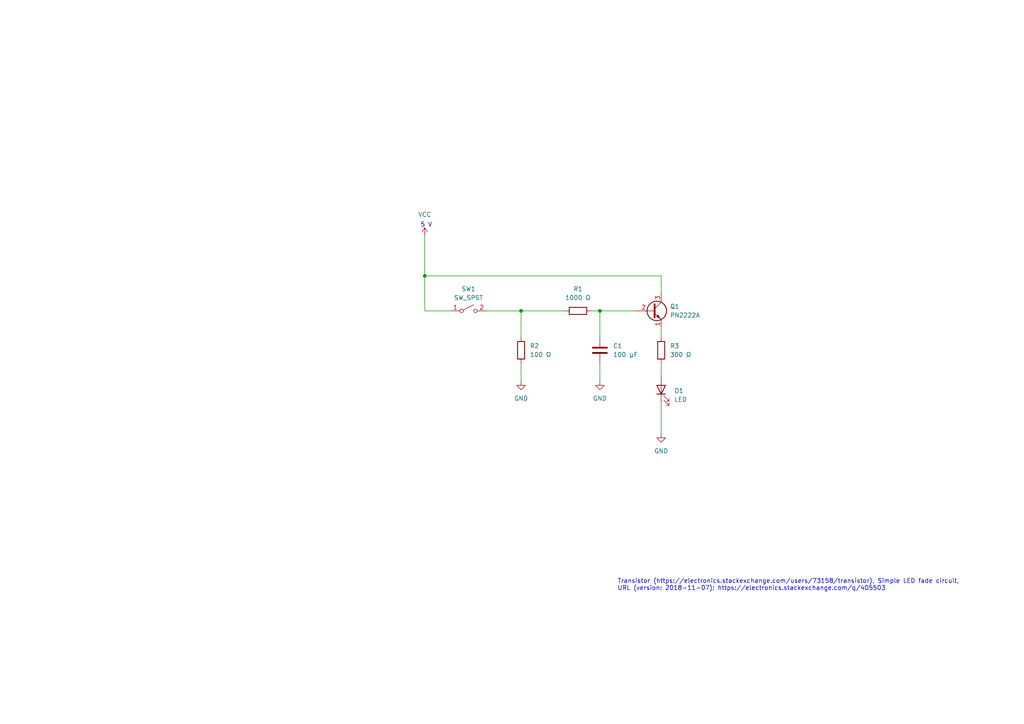
<source format=kicad_sch>
(kicad_sch (version 20230121) (generator eeschema)
  (paper "A4")
  (lib_symbols
    (symbol "Device:C" (pin_numbers hide) (pin_names (offset 0.254))
      (property "Reference" "C" (at 0.635 2.54 0))
      (property "Value" "C" (at 0.635 -2.54 0))
      (symbol "C_0_1"
        (polyline (pts (xy -2.032 -0.762) (xy 2.032 -0.762)) (stroke (width 0.508)))
        (polyline (pts (xy -2.032 0.762) (xy 2.032 0.762)) (stroke (width 0.508)))
      )
      (symbol "C_1_1"
        (pin passive line (at 0 3.81 270) (length 2.794) (name "~") (number "1"))
        (pin passive line (at 0 -3.81 90) (length 2.794) (name "~") (number "2"))
      )
    )
    (symbol "Device:LED" (pin_numbers hide) (pin_names (offset 1.016) hide)
      (property "Reference" "D" (at 0 2.54 0))
      (property "Value" "LED" (at 0 -2.54 0))
      (symbol "LED_0_1"
        (polyline (pts (xy -1.27 -1.27) (xy -1.27 1.27)) (stroke (width 0.254)))
        (polyline (pts (xy -1.27 0) (xy 1.27 0)))
        (polyline (pts (xy 1.27 -1.27) (xy 1.27 1.27) (xy -1.27 0) (xy 1.27 -1.27)) (stroke (width 0.254)))
        (polyline (pts (xy -3.048 -0.762) (xy -4.572 -2.286) (xy -3.81 -2.286) (xy -4.572 -2.286) (xy -4.572 -1.524)))
        (polyline (pts (xy -1.778 -0.762) (xy -3.302 -2.286) (xy -2.54 -2.286) (xy -3.302 -2.286) (xy -3.302 -1.524)))
      )
      (symbol "LED_1_1"
        (pin passive line (at -3.81 0 0) (length 2.54) (name "K") (number "1"))
        (pin passive line (at 3.81 0 180) (length 2.54) (name "A") (number "2"))
      )
    )
    (symbol "Device:R" (pin_numbers hide) (pin_names (offset 0))
      (property "Reference" "R" (at 2.032 0 90))
      (property "Value" "R" (at 0 0 90))
      (symbol "R_0_1"
        (rectangle (start -1.016 -2.54) (end 1.016 2.54) (stroke (width 0.254)))
      )
      (symbol "R_1_1"
        (pin passive line (at 0 3.81 270) (length 1.27) (name "~") (number "1"))
        (pin passive line (at 0 -3.81 90) (length 1.27) (name "~") (number "2"))
      )
    )
    (symbol "Switch:SW_SPST" (pin_names (offset 0) hide)
      (property "Reference" "SW" (at 0 3.175 0))
      (property "Value" "SW_SPST" (at 0 -2.54 0))
      (symbol "SW_SPST_0_0"
        (circle (center -2.032 0) (radius 0.508))
        (polyline (pts (xy -1.524 0.254) (xy 1.524 1.778)))
        (circle (center 2.032 0) (radius 0.508))
      )
      (symbol "SW_SPST_1_1"
        (pin passive line (at -5.08 0 0) (length 2.54) (name "A") (number "1"))
        (pin passive line (at 5.08 0 180) (length 2.54) (name "B") (number "2"))
      )
    )
    (symbol "Transistor_BJT:PN2222A" (pin_names (offset 0) hide)
      (property "Reference" "Q" (at 5.08 1.905 0))
      (property "Value" "PN2222A" (at 5.08 0 0))
      (symbol "PN2222A_0_1"
        (polyline (pts (xy 0 0) (xy 0.635 0)))
        (polyline (pts (xy 2.54 -2.54) (xy 0.635 -0.635)))
        (polyline (pts (xy 2.54 2.54) (xy 0.635 0.635)))
        (polyline (pts (xy 0.635 1.905) (xy 0.635 -1.905) (xy 0.635 -1.905)) (stroke (width 0.508)))
        (polyline (pts (xy 2.413 -2.413) (xy 1.905 -1.905) (xy 1.905 -1.905)))
        (polyline (pts (xy 1.143 -1.651) (xy 1.651 -1.143) (xy 2.159 -2.159) (xy 1.143 -1.651) (xy 1.143 -1.651)) (fill (type outline)))
        (circle (center 1.27 0) (radius 2.8194) (stroke (width 0.254)))
      )
      (symbol "PN2222A_1_1"
        (pin passive line (at 2.54 -5.08 90) (length 2.54) (name "E") (number "1"))
        (pin input line (at -5.08 0 0) (length 5.08) (name "B") (number "2"))
        (pin passive line (at 2.54 5.08 270) (length 2.54) (name "C") (number "3"))
      )
    )
    (symbol "power:GND" (power) (pin_names (offset 0))
      (property "Value" "GND" (at 0 -3.81 0))
      (symbol "GND_0_1"
        (polyline (pts (xy 0 0) (xy 0 -1.27) (xy 1.27 -1.27) (xy 0 -2.54) (xy -1.27 -1.27) (xy 0 -1.27)))
      )
      (symbol "GND_1_1"
        (pin power_in line (at 0 0 270) (length 0) hide (name "GND") (number "1"))
      )
    )
    (symbol "power:VCC" (power) (pin_names (offset 0))
      (property "Value" "VCC" (at 0 3.81 0))
      (symbol "VCC_0_1"
        (polyline (pts (xy -0.762 1.27) (xy 0 2.54)))
        (polyline (pts (xy 0 0) (xy 0 2.54)))
        (polyline (pts (xy 0 2.54) (xy 0.762 1.27)))
      )
      (symbol "VCC_1_1"
        (pin power_in line (at 0 0 90) (length 0) hide (name "VCC") (number "1"))
      )
    )
  )
  (junction (at 123.19 80.01))
  (junction (at 151.13 90.17))
  (junction (at 173.99 90.17))
  (wire (pts (xy 171.45 90.17) (xy 173.99 90.17)))
  (wire (pts (xy 163.83 90.17) (xy 151.13 90.17)))
  (wire (pts (xy 123.19 90.17) (xy 123.19 80.01)))
  (wire (pts (xy 151.13 90.17) (xy 151.13 97.79)))
  (wire (pts (xy 191.77 85.09) (xy 191.77 80.01)))
  (wire (pts (xy 191.77 95.25) (xy 191.77 97.79)))
  (wire (pts (xy 173.99 90.17) (xy 173.99 97.79)))
  (wire (pts (xy 191.77 105.41) (xy 191.77 109.22)))
  (wire (pts (xy 140.97 90.17) (xy 151.13 90.17)))
  (wire (pts (xy 130.81 90.17) (xy 123.19 90.17)))
  (wire (pts (xy 191.77 116.84) (xy 191.77 125.73)))
  (wire (pts (xy 184.15 90.17) (xy 173.99 90.17)))
  (wire (pts (xy 123.19 80.01) (xy 191.77 80.01)))
  (wire (pts (xy 151.13 105.41) (xy 151.13 110.49)))
  (wire (pts (xy 173.99 110.49) (xy 173.99 105.41)))
  (wire (pts (xy 123.19 68.58) (xy 123.19 80.01)))
  (text "Transistor (https://electronics.stackexchange.com/users/73158/transistor), Simple LED fade circuit, \nURL (version: 2018-11-07): https://electronics.stackexchange.com/q/405503" (at 179.07 171.45 0) (effects (font (size 1.27 1.27)) (justify left bottom)))
  (text "5 V" (at 121.92 66.04 0) (effects (font (size 1.27 1.27)) (justify left bottom)))
  (symbol (lib_id "Device:R") (at 191.77 101.6 0) (unit 1)
    (property "Reference" "R3" (at 194.31 100.33 0) (effects (justify left)))
    (property "Value" "300 Ω" (at 194.31 102.87 0) (effects (justify left)))
  )
  (symbol (lib_id "power:GND") (at 151.13 110.49 0) (unit 1)
    (property "Reference" "#PWR02" (effects hide))
    (property "Value" "GND" (at 151.13 115.57 0))
  )
  (symbol (lib_id "Device:LED") (at 191.77 113.03 90) (unit 1)
    (property "Reference" "D1" (at 195.58 113.3475 90) (effects (justify right)))
    (property "Value" "LED" (at 195.58 115.8875 90) (effects (justify right)))
  )
  (symbol (lib_id "power:VCC") (at 123.19 68.58 0) (unit 1)
    (property "Reference" "#PWR01" (effects hide))
    (property "Value" "VCC" (at 123.19 62.23 0))
  )
  (symbol (lib_id "Device:C") (at 173.99 101.6 0) (unit 1)
    (property "Reference" "C1" (at 177.8 100.33 0) (effects (justify left)))
    (property "Value" "100 µF" (at 177.8 102.87 0) (effects (justify left)))
  )
  (symbol (lib_id "Transistor_BJT:PN2222A") (at 189.23 90.17 0) (unit 1)
    (property "Reference" "Q1" (at 194.31 88.9 0) (effects (justify left)))
    (property "Value" "PN2222A" (at 194.31 91.44 0) (effects (justify left)))
    (property "Footprint" "Package_TO_SOT_THT:TO-92_Inline" (effects hide))
    (property "Datasheet" "https://www.onsemi.com/pub/Collateral/PN2222-D.PDF" (effects hide))
  )
  (symbol (lib_id "power:GND") (at 173.99 110.49 0) (unit 1)
    (property "Reference" "#PWR04" (effects hide))
    (property "Value" "GND" (at 173.99 115.57 0))
  )
  (symbol (lib_id "Switch:SW_SPST") (at 135.89 90.17 0) (unit 1)
    (property "Reference" "SW1" (at 135.89 83.82 0))
    (property "Value" "SW_SPST" (at 135.89 86.36 0))
  )
  (symbol (lib_id "Device:R") (at 151.13 101.6 0) (unit 1)
    (property "Reference" "R2" (at 153.67 100.33 0) (effects (justify left)))
    (property "Value" "100 Ω" (at 153.67 102.87 0) (effects (justify left)))
  )
  (symbol (lib_id "power:GND") (at 191.77 125.73 0) (unit 1)
    (property "Reference" "#PWR03" (effects hide))
    (property "Value" "GND" (at 191.77 130.81 0))
  )
  (symbol (lib_id "Device:R") (at 167.64 90.17 270) (unit 1)
    (property "Reference" "R1" (at 167.64 83.82 90))
    (property "Value" "1000 Ω" (at 167.64 86.36 90))
  )
)
</source>
